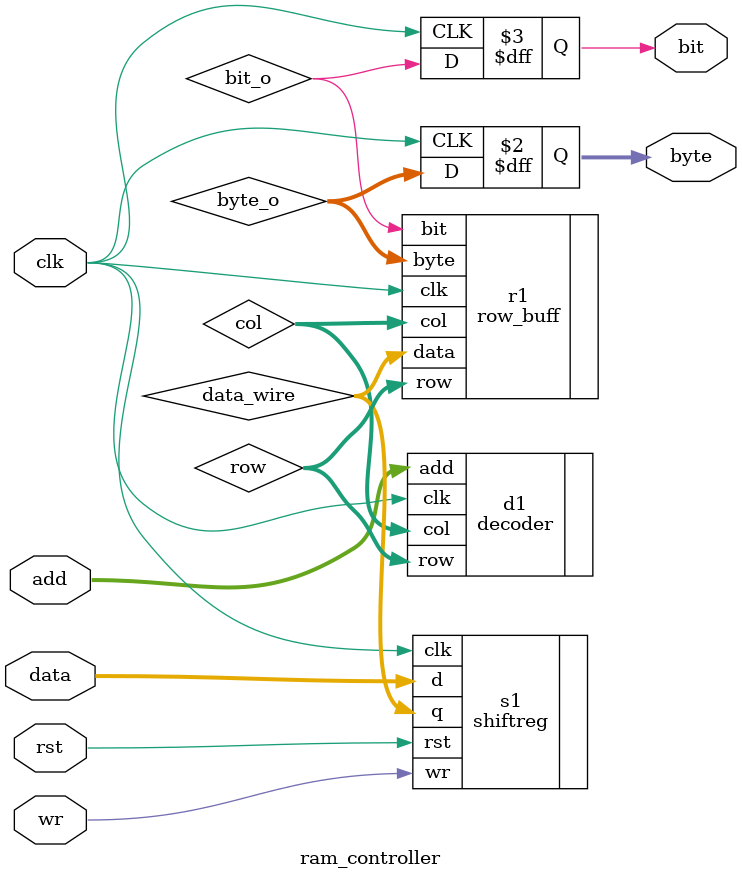
<source format=v>
`timescale 1ns / 1ps


module ram_controller(input [5:0]add,
                      input [63:0] data,
                      input  wr,clk,rst,
                      output reg [7:0]byte,
                      output reg bit);
                      
       wire [7:0] row, col;
       wire [63:0] data_wire;
       wire [7:0]byte_o;
       wire bite_o;
       
       shiftreg s1(.d(data[63:0]),.clk(clk),.wr(wr),.rst(rst),.q(data_wire[63:0]));
       decoder d1(.add(add[5:0]),.clk(clk),.row(row[7:0]),.col(col[7:0]));
       row_buff r1(.row(row[7:0]),.col(col[7:0]),.clk(clk),.data(data_wire[63:0]),.byte(byte_o[7:0]),.bit(bit_o));
       
       always@(posedge clk)
       begin
       byte <= byte_o;
       bit <= bit_o;
       end
       
                      
endmodule

</source>
